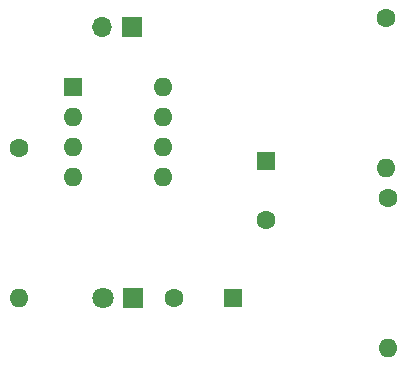
<source format=gbr>
%TF.GenerationSoftware,KiCad,Pcbnew,(6.0.7)*%
%TF.CreationDate,2023-09-09T12:04:14+08:00*%
%TF.ProjectId,Milling test pcb,4d696c6c-696e-4672-9074-657374207063,rev?*%
%TF.SameCoordinates,Original*%
%TF.FileFunction,Copper,L2,Bot*%
%TF.FilePolarity,Positive*%
%FSLAX46Y46*%
G04 Gerber Fmt 4.6, Leading zero omitted, Abs format (unit mm)*
G04 Created by KiCad (PCBNEW (6.0.7)) date 2023-09-09 12:04:14*
%MOMM*%
%LPD*%
G01*
G04 APERTURE LIST*
%TA.AperFunction,ComponentPad*%
%ADD10R,1.600000X1.600000*%
%TD*%
%TA.AperFunction,ComponentPad*%
%ADD11O,1.600000X1.600000*%
%TD*%
%TA.AperFunction,ComponentPad*%
%ADD12C,1.600000*%
%TD*%
%TA.AperFunction,ComponentPad*%
%ADD13R,1.700000X1.700000*%
%TD*%
%TA.AperFunction,ComponentPad*%
%ADD14O,1.700000X1.700000*%
%TD*%
%TA.AperFunction,ComponentPad*%
%ADD15R,1.800000X1.800000*%
%TD*%
%TA.AperFunction,ComponentPad*%
%ADD16C,1.800000*%
%TD*%
G04 APERTURE END LIST*
D10*
%TO.P,U1,1,GND*%
%TO.N,GND*%
X112600000Y-70600000D03*
D11*
%TO.P,U1,2,TR*%
%TO.N,/THR*%
X112600000Y-73140000D03*
%TO.P,U1,3,Q*%
%TO.N,/out*%
X112600000Y-75680000D03*
%TO.P,U1,4,R*%
%TO.N,+5V*%
X112600000Y-78220000D03*
%TO.P,U1,5,CV*%
%TO.N,Net-(C1-Pad1)*%
X120220000Y-78220000D03*
%TO.P,U1,6,THR*%
%TO.N,/THR*%
X120220000Y-75680000D03*
%TO.P,U1,7,DIS*%
%TO.N,/dis*%
X120220000Y-73140000D03*
%TO.P,U1,8,VCC*%
%TO.N,+5V*%
X120220000Y-70600000D03*
%TD*%
D12*
%TO.P,R3,1*%
%TO.N,/dis*%
X139200000Y-80000000D03*
D11*
%TO.P,R3,2*%
%TO.N,/THR*%
X139200000Y-92700000D03*
%TD*%
D12*
%TO.P,R2,1*%
%TO.N,+5V*%
X139100000Y-64800000D03*
D11*
%TO.P,R2,2*%
%TO.N,/dis*%
X139100000Y-77500000D03*
%TD*%
D12*
%TO.P,R1,1*%
%TO.N,/out*%
X108000000Y-75750000D03*
D11*
%TO.P,R1,2*%
%TO.N,Net-(D1-Pad2)*%
X108000000Y-88450000D03*
%TD*%
D13*
%TO.P,J1,1,Pin_1*%
%TO.N,+5V*%
X117575000Y-65500000D03*
D14*
%TO.P,J1,2,Pin_2*%
%TO.N,GND*%
X115035000Y-65500000D03*
%TD*%
D15*
%TO.P,D1,1,K*%
%TO.N,GND*%
X117675000Y-88500000D03*
D16*
%TO.P,D1,2,A*%
%TO.N,Net-(D1-Pad2)*%
X115135000Y-88500000D03*
%TD*%
D10*
%TO.P,C2,1*%
%TO.N,/THR*%
X126102651Y-88500000D03*
D12*
%TO.P,C2,2*%
%TO.N,GND*%
X121102651Y-88500000D03*
%TD*%
D10*
%TO.P,C1,1*%
%TO.N,Net-(C1-Pad1)*%
X128900000Y-76897349D03*
D12*
%TO.P,C1,2*%
%TO.N,GND*%
X128900000Y-81897349D03*
%TD*%
M02*

</source>
